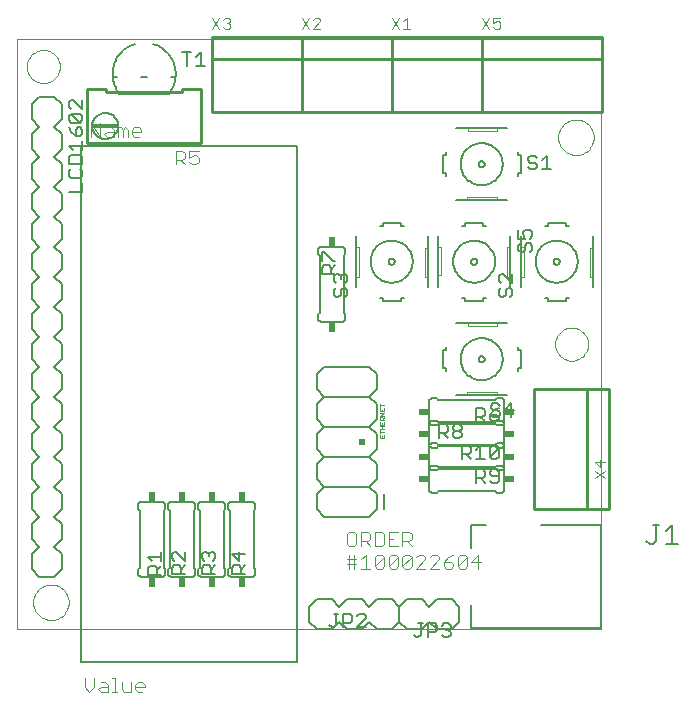
<source format=gto>
G75*
%MOIN*%
%OFA0B0*%
%FSLAX24Y24*%
%IPPOS*%
%LPD*%
%AMOC8*
5,1,8,0,0,1.08239X$1,22.5*
%
%ADD10C,0.0000*%
%ADD11C,0.0040*%
%ADD12C,0.0060*%
%ADD13R,0.0240X0.0340*%
%ADD14C,0.0050*%
%ADD15C,0.0080*%
%ADD16C,0.0100*%
%ADD17R,0.0827X0.0157*%
%ADD18C,0.0020*%
%ADD19R,0.0340X0.0240*%
%ADD20C,0.0010*%
%ADD21R,0.0200X0.0200*%
D10*
X000550Y002400D02*
X000550Y022085D01*
X020042Y022085D01*
X020042Y002400D01*
X000550Y002400D01*
X001103Y003294D02*
X001105Y003342D01*
X001111Y003390D01*
X001121Y003437D01*
X001134Y003483D01*
X001152Y003528D01*
X001172Y003572D01*
X001197Y003614D01*
X001225Y003653D01*
X001255Y003690D01*
X001289Y003724D01*
X001326Y003756D01*
X001364Y003785D01*
X001405Y003810D01*
X001448Y003832D01*
X001493Y003850D01*
X001539Y003864D01*
X001586Y003875D01*
X001634Y003882D01*
X001682Y003885D01*
X001730Y003884D01*
X001778Y003879D01*
X001826Y003870D01*
X001872Y003858D01*
X001917Y003841D01*
X001961Y003821D01*
X002003Y003798D01*
X002043Y003771D01*
X002081Y003741D01*
X002116Y003708D01*
X002148Y003672D01*
X002178Y003634D01*
X002204Y003593D01*
X002226Y003550D01*
X002246Y003506D01*
X002261Y003461D01*
X002273Y003414D01*
X002281Y003366D01*
X002285Y003318D01*
X002285Y003270D01*
X002281Y003222D01*
X002273Y003174D01*
X002261Y003127D01*
X002246Y003082D01*
X002226Y003038D01*
X002204Y002995D01*
X002178Y002954D01*
X002148Y002916D01*
X002116Y002880D01*
X002081Y002847D01*
X002043Y002817D01*
X002003Y002790D01*
X001961Y002767D01*
X001917Y002747D01*
X001872Y002730D01*
X001826Y002718D01*
X001778Y002709D01*
X001730Y002704D01*
X001682Y002703D01*
X001634Y002706D01*
X001586Y002713D01*
X001539Y002724D01*
X001493Y002738D01*
X001448Y002756D01*
X001405Y002778D01*
X001364Y002803D01*
X001326Y002832D01*
X001289Y002864D01*
X001255Y002898D01*
X001225Y002935D01*
X001197Y002974D01*
X001172Y003016D01*
X001152Y003060D01*
X001134Y003105D01*
X001121Y003151D01*
X001111Y003198D01*
X001105Y003246D01*
X001103Y003294D01*
X000893Y021150D02*
X000895Y021197D01*
X000901Y021243D01*
X000911Y021289D01*
X000924Y021334D01*
X000942Y021377D01*
X000963Y021419D01*
X000987Y021459D01*
X001015Y021496D01*
X001046Y021531D01*
X001080Y021564D01*
X001116Y021593D01*
X001155Y021619D01*
X001196Y021642D01*
X001239Y021661D01*
X001283Y021677D01*
X001328Y021689D01*
X001374Y021697D01*
X001421Y021701D01*
X001467Y021701D01*
X001514Y021697D01*
X001560Y021689D01*
X001605Y021677D01*
X001649Y021661D01*
X001692Y021642D01*
X001733Y021619D01*
X001772Y021593D01*
X001808Y021564D01*
X001842Y021531D01*
X001873Y021496D01*
X001901Y021459D01*
X001925Y021419D01*
X001946Y021377D01*
X001964Y021334D01*
X001977Y021289D01*
X001987Y021243D01*
X001993Y021197D01*
X001995Y021150D01*
X001993Y021103D01*
X001987Y021057D01*
X001977Y021011D01*
X001964Y020966D01*
X001946Y020923D01*
X001925Y020881D01*
X001901Y020841D01*
X001873Y020804D01*
X001842Y020769D01*
X001808Y020736D01*
X001772Y020707D01*
X001733Y020681D01*
X001692Y020658D01*
X001649Y020639D01*
X001605Y020623D01*
X001560Y020611D01*
X001514Y020603D01*
X001467Y020599D01*
X001421Y020599D01*
X001374Y020603D01*
X001328Y020611D01*
X001283Y020623D01*
X001239Y020639D01*
X001196Y020658D01*
X001155Y020681D01*
X001116Y020707D01*
X001080Y020736D01*
X001046Y020769D01*
X001015Y020804D01*
X000987Y020841D01*
X000963Y020881D01*
X000942Y020923D01*
X000924Y020966D01*
X000911Y021011D01*
X000901Y021057D01*
X000895Y021103D01*
X000893Y021150D01*
X018603Y018794D02*
X018605Y018842D01*
X018611Y018890D01*
X018621Y018937D01*
X018634Y018983D01*
X018652Y019028D01*
X018672Y019072D01*
X018697Y019114D01*
X018725Y019153D01*
X018755Y019190D01*
X018789Y019224D01*
X018826Y019256D01*
X018864Y019285D01*
X018905Y019310D01*
X018948Y019332D01*
X018993Y019350D01*
X019039Y019364D01*
X019086Y019375D01*
X019134Y019382D01*
X019182Y019385D01*
X019230Y019384D01*
X019278Y019379D01*
X019326Y019370D01*
X019372Y019358D01*
X019417Y019341D01*
X019461Y019321D01*
X019503Y019298D01*
X019543Y019271D01*
X019581Y019241D01*
X019616Y019208D01*
X019648Y019172D01*
X019678Y019134D01*
X019704Y019093D01*
X019726Y019050D01*
X019746Y019006D01*
X019761Y018961D01*
X019773Y018914D01*
X019781Y018866D01*
X019785Y018818D01*
X019785Y018770D01*
X019781Y018722D01*
X019773Y018674D01*
X019761Y018627D01*
X019746Y018582D01*
X019726Y018538D01*
X019704Y018495D01*
X019678Y018454D01*
X019648Y018416D01*
X019616Y018380D01*
X019581Y018347D01*
X019543Y018317D01*
X019503Y018290D01*
X019461Y018267D01*
X019417Y018247D01*
X019372Y018230D01*
X019326Y018218D01*
X019278Y018209D01*
X019230Y018204D01*
X019182Y018203D01*
X019134Y018206D01*
X019086Y018213D01*
X019039Y018224D01*
X018993Y018238D01*
X018948Y018256D01*
X018905Y018278D01*
X018864Y018303D01*
X018826Y018332D01*
X018789Y018364D01*
X018755Y018398D01*
X018725Y018435D01*
X018697Y018474D01*
X018672Y018516D01*
X018652Y018560D01*
X018634Y018605D01*
X018621Y018651D01*
X018611Y018698D01*
X018605Y018746D01*
X018603Y018794D01*
X018499Y011900D02*
X018501Y011947D01*
X018507Y011993D01*
X018517Y012039D01*
X018530Y012084D01*
X018548Y012127D01*
X018569Y012169D01*
X018593Y012209D01*
X018621Y012246D01*
X018652Y012281D01*
X018686Y012314D01*
X018722Y012343D01*
X018761Y012369D01*
X018802Y012392D01*
X018845Y012411D01*
X018889Y012427D01*
X018934Y012439D01*
X018980Y012447D01*
X019027Y012451D01*
X019073Y012451D01*
X019120Y012447D01*
X019166Y012439D01*
X019211Y012427D01*
X019255Y012411D01*
X019298Y012392D01*
X019339Y012369D01*
X019378Y012343D01*
X019414Y012314D01*
X019448Y012281D01*
X019479Y012246D01*
X019507Y012209D01*
X019531Y012169D01*
X019552Y012127D01*
X019570Y012084D01*
X019583Y012039D01*
X019593Y011993D01*
X019599Y011947D01*
X019601Y011900D01*
X019599Y011853D01*
X019593Y011807D01*
X019583Y011761D01*
X019570Y011716D01*
X019552Y011673D01*
X019531Y011631D01*
X019507Y011591D01*
X019479Y011554D01*
X019448Y011519D01*
X019414Y011486D01*
X019378Y011457D01*
X019339Y011431D01*
X019298Y011408D01*
X019255Y011389D01*
X019211Y011373D01*
X019166Y011361D01*
X019120Y011353D01*
X019073Y011349D01*
X019027Y011349D01*
X018980Y011353D01*
X018934Y011361D01*
X018889Y011373D01*
X018845Y011389D01*
X018802Y011408D01*
X018761Y011431D01*
X018722Y011457D01*
X018686Y011486D01*
X018652Y011519D01*
X018621Y011554D01*
X018593Y011591D01*
X018569Y011631D01*
X018548Y011673D01*
X018530Y011716D01*
X018517Y011761D01*
X018507Y011807D01*
X018501Y011853D01*
X018499Y011900D01*
D11*
X019820Y007982D02*
X020000Y007802D01*
X020000Y008042D01*
X020180Y007982D02*
X019820Y007982D01*
X019820Y007674D02*
X020180Y007433D01*
X020180Y007674D02*
X019820Y007433D01*
X016020Y004650D02*
X015714Y004650D01*
X015944Y004880D01*
X015944Y004420D01*
X015560Y004497D02*
X015560Y004804D01*
X015253Y004497D01*
X015330Y004420D01*
X015483Y004420D01*
X015560Y004497D01*
X015560Y004804D02*
X015483Y004880D01*
X015330Y004880D01*
X015253Y004804D01*
X015253Y004497D01*
X015100Y004497D02*
X015100Y004573D01*
X015023Y004650D01*
X014793Y004650D01*
X014793Y004497D01*
X014869Y004420D01*
X015023Y004420D01*
X015100Y004497D01*
X014946Y004804D02*
X014793Y004650D01*
X014639Y004727D02*
X014639Y004804D01*
X014563Y004880D01*
X014409Y004880D01*
X014332Y004804D01*
X014179Y004804D02*
X014102Y004880D01*
X013949Y004880D01*
X013872Y004804D01*
X013718Y004804D02*
X013412Y004497D01*
X013488Y004420D01*
X013642Y004420D01*
X013718Y004497D01*
X013718Y004804D01*
X013642Y004880D01*
X013488Y004880D01*
X013412Y004804D01*
X013412Y004497D01*
X013258Y004497D02*
X013181Y004420D01*
X013028Y004420D01*
X012951Y004497D01*
X013258Y004804D01*
X013258Y004497D01*
X013258Y004804D02*
X013181Y004880D01*
X013028Y004880D01*
X012951Y004804D01*
X012951Y004497D01*
X012798Y004497D02*
X012721Y004420D01*
X012568Y004420D01*
X012491Y004497D01*
X012798Y004804D01*
X012798Y004497D01*
X012798Y004804D02*
X012721Y004880D01*
X012568Y004880D01*
X012491Y004804D01*
X012491Y004497D01*
X012337Y004420D02*
X012030Y004420D01*
X012184Y004420D02*
X012184Y004880D01*
X012030Y004727D01*
X011877Y004727D02*
X011800Y004727D01*
X011570Y004727D01*
X011570Y004573D02*
X011877Y004573D01*
X011800Y004420D02*
X011800Y004880D01*
X011647Y004880D02*
X011647Y004420D01*
X011647Y005170D02*
X011800Y005170D01*
X011877Y005247D01*
X011877Y005554D01*
X011800Y005630D01*
X011647Y005630D01*
X011570Y005554D01*
X011570Y005247D01*
X011647Y005170D01*
X012030Y005170D02*
X012030Y005630D01*
X012261Y005630D01*
X012337Y005554D01*
X012337Y005400D01*
X012261Y005323D01*
X012030Y005323D01*
X012184Y005323D02*
X012337Y005170D01*
X012491Y005170D02*
X012721Y005170D01*
X012798Y005247D01*
X012798Y005554D01*
X012721Y005630D01*
X012491Y005630D01*
X012491Y005170D01*
X012951Y005170D02*
X012951Y005630D01*
X013258Y005630D01*
X013412Y005630D02*
X013642Y005630D01*
X013718Y005554D01*
X013718Y005400D01*
X013642Y005323D01*
X013412Y005323D01*
X013412Y005170D02*
X013412Y005630D01*
X013565Y005323D02*
X013718Y005170D01*
X013258Y005170D02*
X012951Y005170D01*
X012951Y005400D02*
X013105Y005400D01*
X013872Y004420D02*
X014179Y004727D01*
X014179Y004804D01*
X014179Y004420D02*
X013872Y004420D01*
X014332Y004420D02*
X014639Y004727D01*
X014639Y004420D02*
X014332Y004420D01*
X014946Y004804D02*
X015100Y004880D01*
X004815Y000550D02*
X004815Y000473D01*
X004508Y000473D01*
X004508Y000397D02*
X004508Y000550D01*
X004585Y000627D01*
X004738Y000627D01*
X004815Y000550D01*
X004738Y000320D02*
X004585Y000320D01*
X004508Y000397D01*
X004355Y000320D02*
X004355Y000627D01*
X004355Y000320D02*
X004124Y000320D01*
X004048Y000397D01*
X004048Y000627D01*
X003818Y000780D02*
X003818Y000320D01*
X003894Y000320D02*
X003741Y000320D01*
X003587Y000320D02*
X003587Y000550D01*
X003511Y000627D01*
X003357Y000627D01*
X003357Y000473D02*
X003587Y000473D01*
X003587Y000320D02*
X003357Y000320D01*
X003280Y000397D01*
X003357Y000473D01*
X003127Y000473D02*
X003127Y000780D01*
X003127Y000473D02*
X002973Y000320D01*
X002820Y000473D01*
X002820Y000780D01*
X003741Y000780D02*
X003818Y000780D01*
X005848Y017889D02*
X005848Y018349D01*
X006078Y018349D01*
X006155Y018272D01*
X006155Y018119D01*
X006078Y018042D01*
X005848Y018042D01*
X006001Y018042D02*
X006155Y017889D01*
X006308Y017965D02*
X006385Y017889D01*
X006539Y017889D01*
X006615Y017965D01*
X006615Y018119D01*
X006539Y018195D01*
X006462Y018195D01*
X006308Y018119D01*
X006308Y018349D01*
X006615Y018349D01*
X004708Y018973D02*
X004401Y018973D01*
X004401Y018897D02*
X004401Y019050D01*
X004478Y019127D01*
X004631Y019127D01*
X004708Y019050D01*
X004708Y018973D01*
X004631Y018820D02*
X004478Y018820D01*
X004401Y018897D01*
X004248Y018820D02*
X004248Y019050D01*
X004171Y019127D01*
X004094Y019050D01*
X004094Y018820D01*
X003941Y018820D02*
X003941Y019127D01*
X004018Y019127D01*
X004094Y019050D01*
X003787Y019050D02*
X003787Y018820D01*
X003557Y018820D01*
X003480Y018897D01*
X003557Y018973D01*
X003787Y018973D01*
X003787Y019050D02*
X003711Y019127D01*
X003557Y019127D01*
X003327Y019280D02*
X003327Y018820D01*
X003020Y019280D01*
X003020Y018820D01*
X007070Y022420D02*
X007310Y022780D01*
X007438Y022720D02*
X007498Y022780D01*
X007618Y022780D01*
X007679Y022720D01*
X007679Y022660D01*
X007618Y022600D01*
X007679Y022540D01*
X007679Y022480D01*
X007618Y022420D01*
X007498Y022420D01*
X007438Y022480D01*
X007310Y022420D02*
X007070Y022780D01*
X007558Y022600D02*
X007618Y022600D01*
X010070Y022420D02*
X010310Y022780D01*
X010438Y022720D02*
X010498Y022780D01*
X010618Y022780D01*
X010679Y022720D01*
X010679Y022660D01*
X010438Y022420D01*
X010679Y022420D01*
X010310Y022420D02*
X010070Y022780D01*
X013070Y022780D02*
X013310Y022420D01*
X013438Y022420D02*
X013679Y022420D01*
X013558Y022420D02*
X013558Y022780D01*
X013438Y022660D01*
X013310Y022780D02*
X013070Y022420D01*
X016070Y022420D02*
X016310Y022780D01*
X016438Y022780D02*
X016438Y022600D01*
X016558Y022660D01*
X016618Y022660D01*
X016679Y022600D01*
X016679Y022480D01*
X016618Y022420D01*
X016498Y022420D01*
X016438Y022480D01*
X016310Y022420D02*
X016070Y022780D01*
X016438Y022780D02*
X016679Y022780D01*
D12*
X016550Y019100D02*
X015600Y019100D01*
X015200Y019100D01*
X014850Y018300D02*
X014850Y018200D01*
X014750Y018200D01*
X014750Y017600D01*
X014850Y017600D01*
X014850Y017500D01*
X015200Y016700D02*
X015550Y016700D01*
X016550Y016700D01*
X016900Y016700D01*
X017250Y017500D02*
X017250Y017600D01*
X017350Y017600D01*
X017350Y018200D01*
X017250Y018200D01*
X017250Y018300D01*
X016900Y019100D02*
X016550Y019100D01*
X015950Y017900D02*
X015952Y017920D01*
X015958Y017938D01*
X015967Y017956D01*
X015979Y017971D01*
X015994Y017983D01*
X016012Y017992D01*
X016030Y017998D01*
X016050Y018000D01*
X016070Y017998D01*
X016088Y017992D01*
X016106Y017983D01*
X016121Y017971D01*
X016133Y017956D01*
X016142Y017938D01*
X016148Y017920D01*
X016150Y017900D01*
X016148Y017880D01*
X016142Y017862D01*
X016133Y017844D01*
X016121Y017829D01*
X016106Y017817D01*
X016088Y017808D01*
X016070Y017802D01*
X016050Y017800D01*
X016030Y017802D01*
X016012Y017808D01*
X015994Y017817D01*
X015979Y017829D01*
X015967Y017844D01*
X015958Y017862D01*
X015952Y017880D01*
X015950Y017900D01*
X015350Y017900D02*
X015352Y017952D01*
X015358Y018004D01*
X015368Y018056D01*
X015381Y018106D01*
X015398Y018156D01*
X015419Y018204D01*
X015444Y018250D01*
X015472Y018294D01*
X015503Y018336D01*
X015537Y018376D01*
X015574Y018413D01*
X015614Y018447D01*
X015656Y018478D01*
X015700Y018506D01*
X015746Y018531D01*
X015794Y018552D01*
X015844Y018569D01*
X015894Y018582D01*
X015946Y018592D01*
X015998Y018598D01*
X016050Y018600D01*
X016102Y018598D01*
X016154Y018592D01*
X016206Y018582D01*
X016256Y018569D01*
X016306Y018552D01*
X016354Y018531D01*
X016400Y018506D01*
X016444Y018478D01*
X016486Y018447D01*
X016526Y018413D01*
X016563Y018376D01*
X016597Y018336D01*
X016628Y018294D01*
X016656Y018250D01*
X016681Y018204D01*
X016702Y018156D01*
X016719Y018106D01*
X016732Y018056D01*
X016742Y018004D01*
X016748Y017952D01*
X016750Y017900D01*
X016748Y017848D01*
X016742Y017796D01*
X016732Y017744D01*
X016719Y017694D01*
X016702Y017644D01*
X016681Y017596D01*
X016656Y017550D01*
X016628Y017506D01*
X016597Y017464D01*
X016563Y017424D01*
X016526Y017387D01*
X016486Y017353D01*
X016444Y017322D01*
X016400Y017294D01*
X016354Y017269D01*
X016306Y017248D01*
X016256Y017231D01*
X016206Y017218D01*
X016154Y017208D01*
X016102Y017202D01*
X016050Y017200D01*
X015998Y017202D01*
X015946Y017208D01*
X015894Y017218D01*
X015844Y017231D01*
X015794Y017248D01*
X015746Y017269D01*
X015700Y017294D01*
X015656Y017322D01*
X015614Y017353D01*
X015574Y017387D01*
X015537Y017424D01*
X015503Y017464D01*
X015472Y017506D01*
X015444Y017550D01*
X015419Y017596D01*
X015398Y017644D01*
X015381Y017694D01*
X015368Y017744D01*
X015358Y017796D01*
X015352Y017848D01*
X015350Y017900D01*
X015500Y015950D02*
X015500Y015850D01*
X015400Y015850D01*
X015500Y015950D02*
X016100Y015950D01*
X016100Y015850D01*
X016200Y015850D01*
X017000Y015500D02*
X017000Y015150D01*
X017000Y014150D01*
X017000Y013800D01*
X017350Y013800D02*
X017350Y014150D01*
X017350Y015150D01*
X017350Y015500D01*
X018150Y015850D02*
X018250Y015850D01*
X018250Y015950D01*
X018850Y015950D01*
X018850Y015850D01*
X018950Y015850D01*
X019750Y015500D02*
X019750Y015100D01*
X019750Y014150D01*
X019750Y013800D01*
X018950Y013450D02*
X018850Y013450D01*
X018850Y013350D01*
X018250Y013350D01*
X018250Y013450D01*
X018150Y013450D01*
X018450Y014650D02*
X018452Y014670D01*
X018458Y014688D01*
X018467Y014706D01*
X018479Y014721D01*
X018494Y014733D01*
X018512Y014742D01*
X018530Y014748D01*
X018550Y014750D01*
X018570Y014748D01*
X018588Y014742D01*
X018606Y014733D01*
X018621Y014721D01*
X018633Y014706D01*
X018642Y014688D01*
X018648Y014670D01*
X018650Y014650D01*
X018648Y014630D01*
X018642Y014612D01*
X018633Y014594D01*
X018621Y014579D01*
X018606Y014567D01*
X018588Y014558D01*
X018570Y014552D01*
X018550Y014550D01*
X018530Y014552D01*
X018512Y014558D01*
X018494Y014567D01*
X018479Y014579D01*
X018467Y014594D01*
X018458Y014612D01*
X018452Y014630D01*
X018450Y014650D01*
X017850Y014650D02*
X017852Y014702D01*
X017858Y014754D01*
X017868Y014806D01*
X017881Y014856D01*
X017898Y014906D01*
X017919Y014954D01*
X017944Y015000D01*
X017972Y015044D01*
X018003Y015086D01*
X018037Y015126D01*
X018074Y015163D01*
X018114Y015197D01*
X018156Y015228D01*
X018200Y015256D01*
X018246Y015281D01*
X018294Y015302D01*
X018344Y015319D01*
X018394Y015332D01*
X018446Y015342D01*
X018498Y015348D01*
X018550Y015350D01*
X018602Y015348D01*
X018654Y015342D01*
X018706Y015332D01*
X018756Y015319D01*
X018806Y015302D01*
X018854Y015281D01*
X018900Y015256D01*
X018944Y015228D01*
X018986Y015197D01*
X019026Y015163D01*
X019063Y015126D01*
X019097Y015086D01*
X019128Y015044D01*
X019156Y015000D01*
X019181Y014954D01*
X019202Y014906D01*
X019219Y014856D01*
X019232Y014806D01*
X019242Y014754D01*
X019248Y014702D01*
X019250Y014650D01*
X019248Y014598D01*
X019242Y014546D01*
X019232Y014494D01*
X019219Y014444D01*
X019202Y014394D01*
X019181Y014346D01*
X019156Y014300D01*
X019128Y014256D01*
X019097Y014214D01*
X019063Y014174D01*
X019026Y014137D01*
X018986Y014103D01*
X018944Y014072D01*
X018900Y014044D01*
X018854Y014019D01*
X018806Y013998D01*
X018756Y013981D01*
X018706Y013968D01*
X018654Y013958D01*
X018602Y013952D01*
X018550Y013950D01*
X018498Y013952D01*
X018446Y013958D01*
X018394Y013968D01*
X018344Y013981D01*
X018294Y013998D01*
X018246Y014019D01*
X018200Y014044D01*
X018156Y014072D01*
X018114Y014103D01*
X018074Y014137D01*
X018037Y014174D01*
X018003Y014214D01*
X017972Y014256D01*
X017944Y014300D01*
X017919Y014346D01*
X017898Y014394D01*
X017881Y014444D01*
X017868Y014494D01*
X017858Y014546D01*
X017852Y014598D01*
X017850Y014650D01*
X016200Y013450D02*
X016100Y013450D01*
X016100Y013350D01*
X015500Y013350D01*
X015500Y013450D01*
X015400Y013450D01*
X014600Y013800D02*
X014600Y014200D01*
X014600Y015150D01*
X014600Y015500D01*
X014250Y015500D02*
X014250Y015100D01*
X014250Y014150D01*
X014250Y013800D01*
X013450Y013450D02*
X013350Y013450D01*
X013350Y013350D01*
X012750Y013350D01*
X012750Y013450D01*
X012650Y013450D01*
X011850Y013800D02*
X011850Y014150D01*
X011850Y015150D01*
X011850Y015500D01*
X011400Y015150D02*
X010700Y015150D01*
X010683Y015148D01*
X010666Y015144D01*
X010650Y015137D01*
X010636Y015127D01*
X010623Y015114D01*
X010613Y015100D01*
X010606Y015084D01*
X010602Y015067D01*
X010600Y015050D01*
X010600Y014900D01*
X010650Y014850D01*
X010650Y012950D01*
X010600Y012900D01*
X010600Y012750D01*
X010602Y012733D01*
X010606Y012716D01*
X010613Y012700D01*
X010623Y012686D01*
X010636Y012673D01*
X010650Y012663D01*
X010666Y012656D01*
X010683Y012652D01*
X010700Y012650D01*
X011400Y012650D01*
X011417Y012652D01*
X011434Y012656D01*
X011450Y012663D01*
X011464Y012673D01*
X011477Y012686D01*
X011487Y012700D01*
X011494Y012716D01*
X011498Y012733D01*
X011500Y012750D01*
X011500Y012900D01*
X011450Y012950D01*
X011450Y014850D01*
X011500Y014900D01*
X011500Y015050D01*
X011498Y015067D01*
X011494Y015084D01*
X011487Y015100D01*
X011477Y015114D01*
X011464Y015127D01*
X011450Y015137D01*
X011434Y015144D01*
X011417Y015148D01*
X011400Y015150D01*
X012650Y015850D02*
X012750Y015850D01*
X012750Y015950D01*
X013350Y015950D01*
X013350Y015850D01*
X013450Y015850D01*
X012950Y014650D02*
X012952Y014670D01*
X012958Y014688D01*
X012967Y014706D01*
X012979Y014721D01*
X012994Y014733D01*
X013012Y014742D01*
X013030Y014748D01*
X013050Y014750D01*
X013070Y014748D01*
X013088Y014742D01*
X013106Y014733D01*
X013121Y014721D01*
X013133Y014706D01*
X013142Y014688D01*
X013148Y014670D01*
X013150Y014650D01*
X013148Y014630D01*
X013142Y014612D01*
X013133Y014594D01*
X013121Y014579D01*
X013106Y014567D01*
X013088Y014558D01*
X013070Y014552D01*
X013050Y014550D01*
X013030Y014552D01*
X013012Y014558D01*
X012994Y014567D01*
X012979Y014579D01*
X012967Y014594D01*
X012958Y014612D01*
X012952Y014630D01*
X012950Y014650D01*
X012350Y014650D02*
X012352Y014702D01*
X012358Y014754D01*
X012368Y014806D01*
X012381Y014856D01*
X012398Y014906D01*
X012419Y014954D01*
X012444Y015000D01*
X012472Y015044D01*
X012503Y015086D01*
X012537Y015126D01*
X012574Y015163D01*
X012614Y015197D01*
X012656Y015228D01*
X012700Y015256D01*
X012746Y015281D01*
X012794Y015302D01*
X012844Y015319D01*
X012894Y015332D01*
X012946Y015342D01*
X012998Y015348D01*
X013050Y015350D01*
X013102Y015348D01*
X013154Y015342D01*
X013206Y015332D01*
X013256Y015319D01*
X013306Y015302D01*
X013354Y015281D01*
X013400Y015256D01*
X013444Y015228D01*
X013486Y015197D01*
X013526Y015163D01*
X013563Y015126D01*
X013597Y015086D01*
X013628Y015044D01*
X013656Y015000D01*
X013681Y014954D01*
X013702Y014906D01*
X013719Y014856D01*
X013732Y014806D01*
X013742Y014754D01*
X013748Y014702D01*
X013750Y014650D01*
X013748Y014598D01*
X013742Y014546D01*
X013732Y014494D01*
X013719Y014444D01*
X013702Y014394D01*
X013681Y014346D01*
X013656Y014300D01*
X013628Y014256D01*
X013597Y014214D01*
X013563Y014174D01*
X013526Y014137D01*
X013486Y014103D01*
X013444Y014072D01*
X013400Y014044D01*
X013354Y014019D01*
X013306Y013998D01*
X013256Y013981D01*
X013206Y013968D01*
X013154Y013958D01*
X013102Y013952D01*
X013050Y013950D01*
X012998Y013952D01*
X012946Y013958D01*
X012894Y013968D01*
X012844Y013981D01*
X012794Y013998D01*
X012746Y014019D01*
X012700Y014044D01*
X012656Y014072D01*
X012614Y014103D01*
X012574Y014137D01*
X012537Y014174D01*
X012503Y014214D01*
X012472Y014256D01*
X012444Y014300D01*
X012419Y014346D01*
X012398Y014394D01*
X012381Y014444D01*
X012368Y014494D01*
X012358Y014546D01*
X012352Y014598D01*
X012350Y014650D01*
X015200Y012600D02*
X015600Y012600D01*
X016550Y012600D01*
X016900Y012600D01*
X017250Y011800D02*
X017250Y011700D01*
X017350Y011700D01*
X017350Y011100D01*
X017250Y011100D01*
X017250Y011000D01*
X016900Y010200D02*
X016550Y010200D01*
X015550Y010200D01*
X015200Y010200D01*
X014600Y010050D02*
X016500Y010050D01*
X016550Y010100D01*
X016700Y010100D01*
X016717Y010098D01*
X016734Y010094D01*
X016750Y010087D01*
X016764Y010077D01*
X016777Y010064D01*
X016787Y010050D01*
X016794Y010034D01*
X016798Y010017D01*
X016800Y010000D01*
X016800Y009300D01*
X016800Y009250D02*
X016800Y008550D01*
X016800Y008500D02*
X016800Y007800D01*
X016800Y007750D02*
X016800Y007050D01*
X016798Y007033D01*
X016794Y007016D01*
X016787Y007000D01*
X016777Y006986D01*
X016764Y006973D01*
X016750Y006963D01*
X016734Y006956D01*
X016717Y006952D01*
X016700Y006950D01*
X016550Y006950D01*
X016500Y007000D01*
X014600Y007000D01*
X014550Y006950D01*
X014400Y006950D01*
X014383Y006952D01*
X014366Y006956D01*
X014350Y006963D01*
X014336Y006973D01*
X014323Y006986D01*
X014313Y007000D01*
X014306Y007016D01*
X014302Y007033D01*
X014300Y007050D01*
X014300Y007750D01*
X014300Y007800D02*
X014300Y008500D01*
X014300Y008550D02*
X014300Y009250D01*
X014300Y009300D02*
X014300Y010000D01*
X014302Y010017D01*
X014306Y010034D01*
X014313Y010050D01*
X014323Y010064D01*
X014336Y010077D01*
X014350Y010087D01*
X014366Y010094D01*
X014383Y010098D01*
X014400Y010100D01*
X014550Y010100D01*
X014600Y010050D01*
X014550Y009350D02*
X014600Y009300D01*
X016500Y009300D01*
X016550Y009350D01*
X016700Y009350D01*
X016800Y009300D02*
X016798Y009283D01*
X016794Y009266D01*
X016787Y009250D01*
X016777Y009236D01*
X016764Y009223D01*
X016750Y009213D01*
X016734Y009206D01*
X016717Y009202D01*
X016700Y009200D01*
X016550Y009200D01*
X016500Y009250D01*
X014600Y009250D01*
X014550Y009200D01*
X014400Y009200D01*
X014300Y009250D02*
X014302Y009267D01*
X014306Y009284D01*
X014313Y009300D01*
X014323Y009314D01*
X014336Y009327D01*
X014350Y009337D01*
X014366Y009344D01*
X014383Y009348D01*
X014400Y009350D01*
X014550Y009350D01*
X014400Y009200D02*
X014383Y009202D01*
X014366Y009206D01*
X014350Y009213D01*
X014336Y009223D01*
X014323Y009236D01*
X014313Y009250D01*
X014306Y009266D01*
X014302Y009283D01*
X014300Y009300D01*
X014400Y008600D02*
X014550Y008600D01*
X014600Y008550D01*
X016500Y008550D01*
X016550Y008600D01*
X016700Y008600D01*
X016800Y008550D02*
X016798Y008533D01*
X016794Y008516D01*
X016787Y008500D01*
X016777Y008486D01*
X016764Y008473D01*
X016750Y008463D01*
X016734Y008456D01*
X016717Y008452D01*
X016700Y008450D01*
X016550Y008450D01*
X016500Y008500D01*
X014600Y008500D01*
X014550Y008450D01*
X014400Y008450D01*
X014300Y008500D02*
X014302Y008517D01*
X014306Y008534D01*
X014313Y008550D01*
X014323Y008564D01*
X014336Y008577D01*
X014350Y008587D01*
X014366Y008594D01*
X014383Y008598D01*
X014400Y008600D01*
X014300Y008550D02*
X014302Y008533D01*
X014306Y008516D01*
X014313Y008500D01*
X014323Y008486D01*
X014336Y008473D01*
X014350Y008463D01*
X014366Y008456D01*
X014383Y008452D01*
X014400Y008450D01*
X014400Y007850D02*
X014550Y007850D01*
X014600Y007800D01*
X016500Y007800D01*
X016550Y007850D01*
X016700Y007850D01*
X016800Y007800D02*
X016798Y007783D01*
X016794Y007766D01*
X016787Y007750D01*
X016777Y007736D01*
X016764Y007723D01*
X016750Y007713D01*
X016734Y007706D01*
X016717Y007702D01*
X016700Y007700D01*
X016550Y007700D01*
X016500Y007750D01*
X014600Y007750D01*
X014550Y007700D01*
X014400Y007700D01*
X014300Y007750D02*
X014302Y007767D01*
X014306Y007784D01*
X014313Y007800D01*
X014323Y007814D01*
X014336Y007827D01*
X014350Y007837D01*
X014366Y007844D01*
X014383Y007848D01*
X014400Y007850D01*
X014300Y007800D02*
X014302Y007783D01*
X014306Y007766D01*
X014313Y007750D01*
X014323Y007736D01*
X014336Y007723D01*
X014350Y007713D01*
X014366Y007706D01*
X014383Y007702D01*
X014400Y007700D01*
X012550Y007900D02*
X012550Y007400D01*
X012300Y007150D01*
X010800Y007150D01*
X010550Y007400D01*
X010550Y007900D01*
X010800Y008150D01*
X012300Y008150D01*
X012550Y008400D01*
X012550Y008900D01*
X012300Y009150D01*
X010800Y009150D01*
X010550Y009400D01*
X010550Y009900D01*
X010800Y010150D01*
X010550Y010400D01*
X010550Y010900D01*
X010800Y011150D01*
X012300Y011150D01*
X012550Y010900D01*
X012550Y010400D01*
X012300Y010150D01*
X010800Y010150D01*
X010800Y009150D02*
X010550Y008900D01*
X010550Y008400D01*
X010800Y008150D01*
X010800Y007150D02*
X010550Y006900D01*
X010550Y006400D01*
X010800Y006150D01*
X012300Y006150D01*
X012550Y006400D01*
X012550Y006900D01*
X012300Y007150D01*
X012550Y007900D02*
X012300Y008150D01*
X012300Y009150D02*
X012550Y009400D01*
X012550Y009900D01*
X012300Y010150D01*
X014750Y011100D02*
X014850Y011100D01*
X014850Y011000D01*
X014750Y011100D02*
X014750Y011700D01*
X014850Y011700D01*
X014850Y011800D01*
X015950Y011400D02*
X015952Y011420D01*
X015958Y011438D01*
X015967Y011456D01*
X015979Y011471D01*
X015994Y011483D01*
X016012Y011492D01*
X016030Y011498D01*
X016050Y011500D01*
X016070Y011498D01*
X016088Y011492D01*
X016106Y011483D01*
X016121Y011471D01*
X016133Y011456D01*
X016142Y011438D01*
X016148Y011420D01*
X016150Y011400D01*
X016148Y011380D01*
X016142Y011362D01*
X016133Y011344D01*
X016121Y011329D01*
X016106Y011317D01*
X016088Y011308D01*
X016070Y011302D01*
X016050Y011300D01*
X016030Y011302D01*
X016012Y011308D01*
X015994Y011317D01*
X015979Y011329D01*
X015967Y011344D01*
X015958Y011362D01*
X015952Y011380D01*
X015950Y011400D01*
X015350Y011400D02*
X015352Y011452D01*
X015358Y011504D01*
X015368Y011556D01*
X015381Y011606D01*
X015398Y011656D01*
X015419Y011704D01*
X015444Y011750D01*
X015472Y011794D01*
X015503Y011836D01*
X015537Y011876D01*
X015574Y011913D01*
X015614Y011947D01*
X015656Y011978D01*
X015700Y012006D01*
X015746Y012031D01*
X015794Y012052D01*
X015844Y012069D01*
X015894Y012082D01*
X015946Y012092D01*
X015998Y012098D01*
X016050Y012100D01*
X016102Y012098D01*
X016154Y012092D01*
X016206Y012082D01*
X016256Y012069D01*
X016306Y012052D01*
X016354Y012031D01*
X016400Y012006D01*
X016444Y011978D01*
X016486Y011947D01*
X016526Y011913D01*
X016563Y011876D01*
X016597Y011836D01*
X016628Y011794D01*
X016656Y011750D01*
X016681Y011704D01*
X016702Y011656D01*
X016719Y011606D01*
X016732Y011556D01*
X016742Y011504D01*
X016748Y011452D01*
X016750Y011400D01*
X016748Y011348D01*
X016742Y011296D01*
X016732Y011244D01*
X016719Y011194D01*
X016702Y011144D01*
X016681Y011096D01*
X016656Y011050D01*
X016628Y011006D01*
X016597Y010964D01*
X016563Y010924D01*
X016526Y010887D01*
X016486Y010853D01*
X016444Y010822D01*
X016400Y010794D01*
X016354Y010769D01*
X016306Y010748D01*
X016256Y010731D01*
X016206Y010718D01*
X016154Y010708D01*
X016102Y010702D01*
X016050Y010700D01*
X015998Y010702D01*
X015946Y010708D01*
X015894Y010718D01*
X015844Y010731D01*
X015794Y010748D01*
X015746Y010769D01*
X015700Y010794D01*
X015656Y010822D01*
X015614Y010853D01*
X015574Y010887D01*
X015537Y010924D01*
X015503Y010964D01*
X015472Y011006D01*
X015444Y011050D01*
X015419Y011096D01*
X015398Y011144D01*
X015381Y011194D01*
X015368Y011244D01*
X015358Y011296D01*
X015352Y011348D01*
X015350Y011400D01*
X016700Y009350D02*
X016717Y009348D01*
X016734Y009344D01*
X016750Y009337D01*
X016764Y009327D01*
X016777Y009314D01*
X016787Y009300D01*
X016794Y009284D01*
X016798Y009267D01*
X016800Y009250D01*
X016700Y008600D02*
X016717Y008598D01*
X016734Y008594D01*
X016750Y008587D01*
X016764Y008577D01*
X016777Y008564D01*
X016787Y008550D01*
X016794Y008534D01*
X016798Y008517D01*
X016800Y008500D01*
X016700Y007850D02*
X016717Y007848D01*
X016734Y007844D01*
X016750Y007837D01*
X016764Y007827D01*
X016777Y007814D01*
X016787Y007800D01*
X016794Y007784D01*
X016798Y007767D01*
X016800Y007750D01*
X021541Y005337D02*
X021648Y005230D01*
X021754Y005230D01*
X021861Y005337D01*
X021861Y005871D01*
X021754Y005871D02*
X021968Y005871D01*
X022185Y005657D02*
X022399Y005871D01*
X022399Y005230D01*
X022612Y005230D02*
X022185Y005230D01*
X015700Y014650D02*
X015702Y014670D01*
X015708Y014688D01*
X015717Y014706D01*
X015729Y014721D01*
X015744Y014733D01*
X015762Y014742D01*
X015780Y014748D01*
X015800Y014750D01*
X015820Y014748D01*
X015838Y014742D01*
X015856Y014733D01*
X015871Y014721D01*
X015883Y014706D01*
X015892Y014688D01*
X015898Y014670D01*
X015900Y014650D01*
X015898Y014630D01*
X015892Y014612D01*
X015883Y014594D01*
X015871Y014579D01*
X015856Y014567D01*
X015838Y014558D01*
X015820Y014552D01*
X015800Y014550D01*
X015780Y014552D01*
X015762Y014558D01*
X015744Y014567D01*
X015729Y014579D01*
X015717Y014594D01*
X015708Y014612D01*
X015702Y014630D01*
X015700Y014650D01*
X015100Y014650D02*
X015102Y014702D01*
X015108Y014754D01*
X015118Y014806D01*
X015131Y014856D01*
X015148Y014906D01*
X015169Y014954D01*
X015194Y015000D01*
X015222Y015044D01*
X015253Y015086D01*
X015287Y015126D01*
X015324Y015163D01*
X015364Y015197D01*
X015406Y015228D01*
X015450Y015256D01*
X015496Y015281D01*
X015544Y015302D01*
X015594Y015319D01*
X015644Y015332D01*
X015696Y015342D01*
X015748Y015348D01*
X015800Y015350D01*
X015852Y015348D01*
X015904Y015342D01*
X015956Y015332D01*
X016006Y015319D01*
X016056Y015302D01*
X016104Y015281D01*
X016150Y015256D01*
X016194Y015228D01*
X016236Y015197D01*
X016276Y015163D01*
X016313Y015126D01*
X016347Y015086D01*
X016378Y015044D01*
X016406Y015000D01*
X016431Y014954D01*
X016452Y014906D01*
X016469Y014856D01*
X016482Y014806D01*
X016492Y014754D01*
X016498Y014702D01*
X016500Y014650D01*
X016498Y014598D01*
X016492Y014546D01*
X016482Y014494D01*
X016469Y014444D01*
X016452Y014394D01*
X016431Y014346D01*
X016406Y014300D01*
X016378Y014256D01*
X016347Y014214D01*
X016313Y014174D01*
X016276Y014137D01*
X016236Y014103D01*
X016194Y014072D01*
X016150Y014044D01*
X016104Y014019D01*
X016056Y013998D01*
X016006Y013981D01*
X015956Y013968D01*
X015904Y013958D01*
X015852Y013952D01*
X015800Y013950D01*
X015748Y013952D01*
X015696Y013958D01*
X015644Y013968D01*
X015594Y013981D01*
X015544Y013998D01*
X015496Y014019D01*
X015450Y014044D01*
X015406Y014072D01*
X015364Y014103D01*
X015324Y014137D01*
X015287Y014174D01*
X015253Y014214D01*
X015222Y014256D01*
X015194Y014300D01*
X015169Y014346D01*
X015148Y014394D01*
X015131Y014444D01*
X015118Y014494D01*
X015108Y014546D01*
X015102Y014598D01*
X015100Y014650D01*
X008400Y006650D02*
X007700Y006650D01*
X007683Y006648D01*
X007666Y006644D01*
X007650Y006637D01*
X007636Y006627D01*
X007623Y006614D01*
X007613Y006600D01*
X007606Y006584D01*
X007602Y006567D01*
X007600Y006550D01*
X007600Y006400D01*
X007650Y006350D01*
X007650Y004450D01*
X007600Y004400D01*
X007600Y004250D01*
X007500Y004250D02*
X007500Y004400D01*
X007450Y004450D01*
X007450Y006350D01*
X007500Y006400D01*
X007500Y006550D01*
X007498Y006567D01*
X007494Y006584D01*
X007487Y006600D01*
X007477Y006614D01*
X007464Y006627D01*
X007450Y006637D01*
X007434Y006644D01*
X007417Y006648D01*
X007400Y006650D01*
X006700Y006650D01*
X006683Y006648D01*
X006666Y006644D01*
X006650Y006637D01*
X006636Y006627D01*
X006623Y006614D01*
X006613Y006600D01*
X006606Y006584D01*
X006602Y006567D01*
X006600Y006550D01*
X006600Y006400D01*
X006650Y006350D01*
X006650Y004450D01*
X006600Y004400D01*
X006600Y004250D01*
X006602Y004233D01*
X006606Y004216D01*
X006613Y004200D01*
X006623Y004186D01*
X006636Y004173D01*
X006650Y004163D01*
X006666Y004156D01*
X006683Y004152D01*
X006700Y004150D01*
X007400Y004150D01*
X007417Y004152D01*
X007434Y004156D01*
X007450Y004163D01*
X007464Y004173D01*
X007477Y004186D01*
X007487Y004200D01*
X007494Y004216D01*
X007498Y004233D01*
X007500Y004250D01*
X007600Y004250D02*
X007602Y004233D01*
X007606Y004216D01*
X007613Y004200D01*
X007623Y004186D01*
X007636Y004173D01*
X007650Y004163D01*
X007666Y004156D01*
X007683Y004152D01*
X007700Y004150D01*
X008400Y004150D01*
X008417Y004152D01*
X008434Y004156D01*
X008450Y004163D01*
X008464Y004173D01*
X008477Y004186D01*
X008487Y004200D01*
X008494Y004216D01*
X008498Y004233D01*
X008500Y004250D01*
X008500Y004400D01*
X008450Y004450D01*
X008450Y006350D01*
X008500Y006400D01*
X008500Y006550D01*
X008498Y006567D01*
X008494Y006584D01*
X008487Y006600D01*
X008477Y006614D01*
X008464Y006627D01*
X008450Y006637D01*
X008434Y006644D01*
X008417Y006648D01*
X008400Y006650D01*
X006500Y006550D02*
X006500Y006400D01*
X006450Y006350D01*
X006450Y004450D01*
X006500Y004400D01*
X006500Y004250D01*
X006498Y004233D01*
X006494Y004216D01*
X006487Y004200D01*
X006477Y004186D01*
X006464Y004173D01*
X006450Y004163D01*
X006434Y004156D01*
X006417Y004152D01*
X006400Y004150D01*
X005700Y004150D01*
X005683Y004152D01*
X005666Y004156D01*
X005650Y004163D01*
X005636Y004173D01*
X005623Y004186D01*
X005613Y004200D01*
X005606Y004216D01*
X005602Y004233D01*
X005600Y004250D01*
X005600Y004400D01*
X005650Y004450D01*
X005650Y006350D01*
X005600Y006400D01*
X005600Y006550D01*
X005602Y006567D01*
X005606Y006584D01*
X005613Y006600D01*
X005623Y006614D01*
X005636Y006627D01*
X005650Y006637D01*
X005666Y006644D01*
X005683Y006648D01*
X005700Y006650D01*
X006400Y006650D01*
X006417Y006648D01*
X006434Y006644D01*
X006450Y006637D01*
X006464Y006627D01*
X006477Y006614D01*
X006487Y006600D01*
X006494Y006584D01*
X006498Y006567D01*
X006500Y006550D01*
X005500Y006550D02*
X005500Y006400D01*
X005450Y006350D01*
X005450Y004450D01*
X005500Y004400D01*
X005500Y004250D01*
X005498Y004233D01*
X005494Y004216D01*
X005487Y004200D01*
X005477Y004186D01*
X005464Y004173D01*
X005450Y004163D01*
X005434Y004156D01*
X005417Y004152D01*
X005400Y004150D01*
X004700Y004150D01*
X004683Y004152D01*
X004666Y004156D01*
X004650Y004163D01*
X004636Y004173D01*
X004623Y004186D01*
X004613Y004200D01*
X004606Y004216D01*
X004602Y004233D01*
X004600Y004250D01*
X004600Y004400D01*
X004650Y004450D01*
X004650Y006350D01*
X004600Y006400D01*
X004600Y006550D01*
X004602Y006567D01*
X004606Y006584D01*
X004613Y006600D01*
X004623Y006614D01*
X004636Y006627D01*
X004650Y006637D01*
X004666Y006644D01*
X004683Y006648D01*
X004700Y006650D01*
X005400Y006650D01*
X005417Y006648D01*
X005434Y006644D01*
X005450Y006637D01*
X005464Y006627D01*
X005477Y006614D01*
X005487Y006600D01*
X005494Y006584D01*
X005498Y006567D01*
X005500Y006550D01*
X003068Y019172D02*
X003070Y019213D01*
X003076Y019254D01*
X003086Y019294D01*
X003099Y019333D01*
X003116Y019370D01*
X003137Y019406D01*
X003161Y019440D01*
X003188Y019471D01*
X003217Y019499D01*
X003250Y019525D01*
X003284Y019547D01*
X003321Y019566D01*
X003359Y019581D01*
X003399Y019593D01*
X003439Y019601D01*
X003480Y019605D01*
X003522Y019605D01*
X003563Y019601D01*
X003603Y019593D01*
X003643Y019581D01*
X003681Y019566D01*
X003717Y019547D01*
X003752Y019525D01*
X003785Y019499D01*
X003814Y019471D01*
X003841Y019440D01*
X003865Y019406D01*
X003886Y019370D01*
X003903Y019333D01*
X003916Y019294D01*
X003926Y019254D01*
X003932Y019213D01*
X003934Y019172D01*
X003932Y019131D01*
X003926Y019090D01*
X003916Y019050D01*
X003903Y019011D01*
X003886Y018974D01*
X003865Y018938D01*
X003841Y018904D01*
X003814Y018873D01*
X003785Y018845D01*
X003752Y018819D01*
X003718Y018797D01*
X003681Y018778D01*
X003643Y018763D01*
X003603Y018751D01*
X003563Y018743D01*
X003522Y018739D01*
X003480Y018739D01*
X003439Y018743D01*
X003399Y018751D01*
X003359Y018763D01*
X003321Y018778D01*
X003285Y018797D01*
X003250Y018819D01*
X003217Y018845D01*
X003188Y018873D01*
X003161Y018904D01*
X003137Y018938D01*
X003116Y018974D01*
X003099Y019011D01*
X003086Y019050D01*
X003076Y019090D01*
X003070Y019131D01*
X003068Y019172D01*
D13*
X011050Y015320D03*
X011050Y012480D03*
X008050Y006820D03*
X007050Y006820D03*
X006050Y006820D03*
X005050Y006820D03*
X005050Y003980D03*
X006050Y003980D03*
X007050Y003980D03*
X008050Y003980D03*
D14*
X008025Y004225D02*
X008025Y004450D01*
X007950Y004525D01*
X007800Y004525D01*
X007725Y004450D01*
X007725Y004225D01*
X008175Y004225D01*
X008025Y004375D02*
X008175Y004525D01*
X007950Y004685D02*
X007950Y004986D01*
X008175Y004911D02*
X007725Y004911D01*
X007950Y004685D01*
X007175Y004760D02*
X007100Y004685D01*
X007175Y004760D02*
X007175Y004911D01*
X007100Y004986D01*
X007025Y004986D01*
X006950Y004911D01*
X006950Y004836D01*
X006950Y004911D02*
X006875Y004986D01*
X006800Y004986D01*
X006725Y004911D01*
X006725Y004760D01*
X006800Y004685D01*
X006800Y004525D02*
X006950Y004525D01*
X007025Y004450D01*
X007025Y004225D01*
X007175Y004225D02*
X006725Y004225D01*
X006725Y004450D01*
X006800Y004525D01*
X007025Y004375D02*
X007175Y004525D01*
X006175Y004525D02*
X006025Y004375D01*
X006025Y004450D02*
X006025Y004225D01*
X006175Y004225D02*
X005725Y004225D01*
X005725Y004450D01*
X005800Y004525D01*
X005950Y004525D01*
X006025Y004450D01*
X006175Y004685D02*
X005875Y004986D01*
X005800Y004986D01*
X005725Y004911D01*
X005725Y004760D01*
X005800Y004685D01*
X006175Y004685D02*
X006175Y004986D01*
X005375Y004965D02*
X005375Y004665D01*
X005375Y004815D02*
X004925Y004815D01*
X005075Y004665D01*
X005000Y004504D02*
X005150Y004504D01*
X005225Y004429D01*
X005225Y004204D01*
X005375Y004204D02*
X004925Y004204D01*
X004925Y004429D01*
X005000Y004504D01*
X005225Y004354D02*
X005375Y004504D01*
X002700Y001300D02*
X002700Y018500D01*
X009900Y018500D01*
X009900Y001300D01*
X002700Y001300D01*
X010974Y002530D02*
X011049Y002455D01*
X011124Y002455D01*
X011199Y002530D01*
X011199Y002905D01*
X011124Y002905D02*
X011274Y002905D01*
X011434Y002905D02*
X011659Y002905D01*
X011734Y002830D01*
X011734Y002680D01*
X011659Y002605D01*
X011434Y002605D01*
X011434Y002455D02*
X011434Y002905D01*
X011895Y002830D02*
X011970Y002905D01*
X012120Y002905D01*
X012195Y002830D01*
X012195Y002755D01*
X011895Y002455D01*
X012195Y002455D01*
X013795Y002220D02*
X013870Y002145D01*
X013945Y002145D01*
X014020Y002220D01*
X014020Y002595D01*
X013945Y002595D02*
X014095Y002595D01*
X014255Y002595D02*
X014481Y002595D01*
X014556Y002520D01*
X014556Y002370D01*
X014481Y002295D01*
X014255Y002295D01*
X014255Y002145D02*
X014255Y002595D01*
X014716Y002520D02*
X014791Y002595D01*
X014941Y002595D01*
X015016Y002520D01*
X015016Y002445D01*
X014941Y002370D01*
X015016Y002295D01*
X015016Y002220D01*
X014941Y002145D01*
X014791Y002145D01*
X014716Y002220D01*
X014866Y002370D02*
X014941Y002370D01*
X015875Y007275D02*
X015875Y007725D01*
X016100Y007725D01*
X016175Y007650D01*
X016175Y007500D01*
X016100Y007425D01*
X015875Y007425D01*
X016025Y007425D02*
X016175Y007275D01*
X016335Y007350D02*
X016410Y007275D01*
X016561Y007275D01*
X016636Y007350D01*
X016636Y007650D01*
X016561Y007725D01*
X016410Y007725D01*
X016335Y007650D01*
X016335Y007575D01*
X016410Y007500D01*
X016636Y007500D01*
X016540Y008075D02*
X016390Y008075D01*
X016315Y008150D01*
X016615Y008450D01*
X016615Y008150D01*
X016540Y008075D01*
X016315Y008150D02*
X016315Y008450D01*
X016390Y008525D01*
X016540Y008525D01*
X016615Y008450D01*
X016154Y008075D02*
X015854Y008075D01*
X016004Y008075D02*
X016004Y008525D01*
X015854Y008375D01*
X015694Y008300D02*
X015619Y008225D01*
X015394Y008225D01*
X015544Y008225D02*
X015694Y008075D01*
X015694Y008300D02*
X015694Y008450D01*
X015619Y008525D01*
X015394Y008525D01*
X015394Y008075D01*
X015311Y008775D02*
X015160Y008775D01*
X015085Y008850D01*
X015085Y008925D01*
X015160Y009000D01*
X015311Y009000D01*
X015386Y008925D01*
X015386Y008850D01*
X015311Y008775D01*
X015311Y009000D02*
X015386Y009075D01*
X015386Y009150D01*
X015311Y009225D01*
X015160Y009225D01*
X015085Y009150D01*
X015085Y009075D01*
X015160Y009000D01*
X014925Y009000D02*
X014850Y008925D01*
X014625Y008925D01*
X014625Y008775D02*
X014625Y009225D01*
X014850Y009225D01*
X014925Y009150D01*
X014925Y009000D01*
X014775Y008925D02*
X014925Y008775D01*
X015854Y009325D02*
X015854Y009775D01*
X016079Y009775D01*
X016154Y009700D01*
X016154Y009550D01*
X016079Y009475D01*
X015854Y009475D01*
X016004Y009475D02*
X016154Y009325D01*
X016315Y009400D02*
X016315Y009550D01*
X016540Y009550D01*
X016615Y009475D01*
X016615Y009400D01*
X016540Y009325D01*
X016390Y009325D01*
X016315Y009400D01*
X016429Y009475D02*
X016354Y009550D01*
X016315Y009550D02*
X016465Y009700D01*
X016615Y009775D01*
X016579Y009700D02*
X016654Y009625D01*
X016654Y009550D01*
X016579Y009475D01*
X016429Y009475D01*
X016429Y009700D02*
X016354Y009775D01*
X016354Y009850D01*
X016429Y009925D01*
X016579Y009925D01*
X016654Y009850D01*
X016579Y009700D02*
X016429Y009700D01*
X016815Y009700D02*
X017115Y009700D01*
X017040Y009475D02*
X017040Y009925D01*
X016815Y009700D01*
X016775Y013475D02*
X016850Y013550D01*
X016850Y013700D01*
X016925Y013775D01*
X017000Y013775D01*
X017075Y013700D01*
X017075Y013550D01*
X017000Y013475D01*
X016775Y013475D02*
X016700Y013475D01*
X016625Y013550D01*
X016625Y013700D01*
X016700Y013775D01*
X016700Y013935D02*
X016625Y014010D01*
X016625Y014161D01*
X016700Y014236D01*
X016775Y014236D01*
X017075Y013935D01*
X017075Y014236D01*
X017350Y014954D02*
X017425Y014954D01*
X017500Y015029D01*
X017500Y015179D01*
X017575Y015254D01*
X017650Y015254D01*
X017725Y015179D01*
X017725Y015029D01*
X017650Y014954D01*
X017350Y014954D02*
X017275Y015029D01*
X017275Y015179D01*
X017350Y015254D01*
X017275Y015415D02*
X017500Y015415D01*
X017425Y015565D01*
X017425Y015640D01*
X017500Y015715D01*
X017650Y015715D01*
X017725Y015640D01*
X017725Y015490D01*
X017650Y015415D01*
X017275Y015415D02*
X017275Y015715D01*
X017679Y017725D02*
X017604Y017800D01*
X017679Y017725D02*
X017829Y017725D01*
X017904Y017800D01*
X017904Y017875D01*
X017829Y017950D01*
X017679Y017950D01*
X017604Y018025D01*
X017604Y018100D01*
X017679Y018175D01*
X017829Y018175D01*
X017904Y018100D01*
X018065Y018025D02*
X018215Y018175D01*
X018215Y017725D01*
X018065Y017725D02*
X018365Y017725D01*
X011575Y014161D02*
X011575Y014010D01*
X011500Y013935D01*
X011500Y013775D02*
X011575Y013700D01*
X011575Y013550D01*
X011500Y013475D01*
X011350Y013550D02*
X011350Y013700D01*
X011425Y013775D01*
X011500Y013775D01*
X011350Y013550D02*
X011275Y013475D01*
X011200Y013475D01*
X011125Y013550D01*
X011125Y013700D01*
X011200Y013775D01*
X011200Y013935D02*
X011125Y014010D01*
X011125Y014161D01*
X011200Y014236D01*
X011275Y014236D01*
X011350Y014161D01*
X011425Y014236D01*
X011500Y014236D01*
X011575Y014161D01*
X011350Y014161D02*
X011350Y014086D01*
X011175Y014225D02*
X010725Y014225D01*
X010725Y014450D01*
X010800Y014525D01*
X010950Y014525D01*
X011025Y014450D01*
X011025Y014225D01*
X011025Y014375D02*
X011175Y014525D01*
X011175Y014685D02*
X011100Y014685D01*
X010800Y014986D01*
X010725Y014986D01*
X010725Y014685D01*
X005625Y020250D02*
X003975Y020250D01*
X003913Y020800D02*
X003755Y020800D01*
X004687Y020800D02*
X004913Y020800D01*
X003975Y020250D02*
X003940Y020298D01*
X003907Y020348D01*
X003876Y020400D01*
X003849Y020454D01*
X003825Y020509D01*
X003805Y020566D01*
X003787Y020623D01*
X003773Y020681D01*
X003762Y020740D01*
X003755Y020800D01*
X003751Y020862D01*
X003750Y020925D01*
X003754Y020987D01*
X003761Y021049D01*
X003771Y021110D01*
X003786Y021171D01*
X003804Y021231D01*
X003825Y021290D01*
X003850Y021347D01*
X003878Y021402D01*
X003909Y021456D01*
X003944Y021508D01*
X003982Y021558D01*
X004022Y021605D01*
X004066Y021650D01*
X004111Y021693D01*
X004160Y021732D01*
X004210Y021769D01*
X004263Y021802D01*
X004317Y021833D01*
X004374Y021860D01*
X004431Y021883D01*
X004490Y021903D01*
X005110Y021903D02*
X005170Y021883D01*
X005229Y021859D01*
X005286Y021831D01*
X005341Y021800D01*
X005395Y021765D01*
X005446Y021728D01*
X005495Y021687D01*
X005541Y021643D01*
X005585Y021597D01*
X005626Y021548D01*
X005664Y021497D01*
X005698Y021444D01*
X005730Y021388D01*
X005757Y021331D01*
X005782Y021272D01*
X005802Y021212D01*
X005820Y021151D01*
X005833Y021089D01*
X005842Y021026D01*
X005848Y020963D01*
X005850Y020899D01*
X005848Y020835D01*
X005842Y020772D01*
X005833Y020709D01*
X005819Y020647D01*
X005802Y020586D01*
X005781Y020526D01*
X005757Y020467D01*
X005729Y020410D01*
X005697Y020354D01*
X005662Y020301D01*
X005625Y020250D01*
X005687Y020800D02*
X005845Y020800D01*
X006225Y021175D02*
X006225Y021625D01*
X006075Y021625D02*
X006375Y021625D01*
X006535Y021475D02*
X006686Y021625D01*
X006686Y021175D01*
X006836Y021175D02*
X006535Y021175D01*
X002745Y020045D02*
X002745Y019745D01*
X002445Y020045D01*
X002370Y020045D01*
X002295Y019970D01*
X002295Y019820D01*
X002370Y019745D01*
X002370Y019584D02*
X002670Y019284D01*
X002745Y019359D01*
X002745Y019509D01*
X002670Y019584D01*
X002370Y019584D01*
X002295Y019509D01*
X002295Y019359D01*
X002370Y019284D01*
X002670Y019284D01*
X002670Y019124D02*
X002595Y019124D01*
X002520Y019049D01*
X002520Y018824D01*
X002670Y018824D01*
X002745Y018899D01*
X002745Y019049D01*
X002670Y019124D01*
X002370Y018974D02*
X002520Y018824D01*
X002370Y018974D02*
X002295Y019124D01*
X002745Y018664D02*
X002745Y018363D01*
X002745Y018514D02*
X002295Y018514D01*
X002445Y018363D01*
X002370Y018203D02*
X002295Y018128D01*
X002295Y017903D01*
X002745Y017903D01*
X002745Y018128D01*
X002670Y018203D01*
X002370Y018203D01*
X002370Y017743D02*
X002295Y017668D01*
X002295Y017518D01*
X002370Y017443D01*
X002670Y017443D01*
X002745Y017518D01*
X002745Y017668D01*
X002670Y017743D01*
X002745Y017283D02*
X002745Y016982D01*
X002295Y016982D01*
D15*
X002050Y016900D02*
X001800Y017150D01*
X002050Y017400D01*
X002050Y017900D01*
X001800Y018150D01*
X002050Y018400D01*
X002050Y018900D01*
X001800Y019150D01*
X002050Y019400D01*
X002050Y019900D01*
X001800Y020150D01*
X001300Y020150D01*
X001050Y019900D01*
X001050Y019400D01*
X001300Y019150D01*
X001050Y018900D01*
X001050Y018400D01*
X001300Y018150D01*
X001050Y017900D01*
X001050Y017400D01*
X001300Y017150D01*
X001050Y016900D01*
X001050Y016400D01*
X001300Y016150D01*
X001050Y015900D01*
X001050Y015400D01*
X001300Y015150D01*
X001050Y014900D01*
X001050Y014400D01*
X001300Y014150D01*
X001050Y013900D01*
X001050Y013400D01*
X001300Y013150D01*
X001050Y012900D01*
X001050Y012400D01*
X001300Y012150D01*
X001050Y011900D01*
X001050Y011400D01*
X001300Y011150D01*
X001050Y010900D01*
X001050Y010400D01*
X001300Y010150D01*
X001050Y009900D01*
X001050Y009400D01*
X001300Y009150D01*
X001050Y008900D01*
X001050Y008400D01*
X001300Y008150D01*
X001050Y007900D01*
X001050Y007400D01*
X001300Y007150D01*
X001050Y006900D01*
X001050Y006400D01*
X001300Y006150D01*
X001050Y005900D01*
X001050Y005400D01*
X001300Y005150D01*
X001050Y004900D01*
X001050Y004400D01*
X001300Y004150D01*
X001800Y004150D01*
X002050Y004400D01*
X002050Y004900D01*
X001800Y005150D01*
X002050Y005400D01*
X002050Y005900D01*
X001800Y006150D01*
X002050Y006400D01*
X002050Y006900D01*
X001800Y007150D01*
X002050Y007400D01*
X002050Y007900D01*
X001800Y008150D01*
X002050Y008400D01*
X002050Y008900D01*
X001800Y009150D01*
X002050Y009400D01*
X002050Y009900D01*
X001800Y010150D01*
X002050Y010400D01*
X002050Y010900D01*
X001800Y011150D01*
X002050Y011400D01*
X002050Y011900D01*
X001800Y012150D01*
X002050Y012400D01*
X002050Y012900D01*
X001800Y013150D01*
X002050Y013400D01*
X002050Y013900D01*
X001800Y014150D01*
X002050Y014400D01*
X002050Y014900D01*
X001800Y015150D01*
X002050Y015400D01*
X002050Y015900D01*
X001800Y016150D01*
X002050Y016400D01*
X002050Y016900D01*
X012800Y006900D02*
X012800Y006400D01*
X015686Y005862D02*
X015686Y005095D01*
X015686Y005862D02*
X016182Y005862D01*
X018032Y005862D02*
X020019Y005862D01*
X020019Y002438D01*
X015686Y002438D01*
X015686Y003205D01*
X015300Y003150D02*
X015300Y002650D01*
X015050Y002400D01*
X014550Y002400D01*
X014300Y002650D01*
X014050Y002400D01*
X013550Y002400D01*
X013300Y002650D01*
X013050Y002400D01*
X012550Y002400D01*
X012300Y002650D01*
X012050Y002400D01*
X011550Y002400D01*
X011300Y002650D01*
X011050Y002400D01*
X010550Y002400D01*
X010300Y002650D01*
X010300Y003150D01*
X010550Y003400D01*
X011050Y003400D01*
X011300Y003150D01*
X011550Y003400D01*
X012050Y003400D01*
X012300Y003150D01*
X012550Y003400D01*
X013050Y003400D01*
X013300Y003150D01*
X013300Y002650D01*
X013300Y003150D01*
X013550Y003400D01*
X014050Y003400D01*
X014300Y003150D01*
X014550Y003400D01*
X015050Y003400D01*
X015300Y003150D01*
D16*
X017800Y006400D02*
X017800Y010400D01*
X019550Y010400D01*
X019550Y006400D01*
X017800Y006400D01*
X019550Y006400D02*
X020300Y006400D01*
X020300Y010400D01*
X019550Y010400D01*
X020050Y019650D02*
X016050Y019650D01*
X016050Y021400D01*
X020050Y021400D01*
X020050Y019650D01*
X020050Y021400D02*
X020050Y022150D01*
X016050Y022150D01*
X016050Y021400D01*
X013050Y021400D01*
X010050Y021400D01*
X007050Y021400D01*
X007050Y022150D01*
X010050Y022150D01*
X010050Y021400D01*
X010050Y019650D01*
X007050Y019650D01*
X007050Y021400D01*
X006690Y020392D02*
X006060Y020392D01*
X006060Y020294D01*
X003540Y020294D01*
X003540Y020392D01*
X002910Y020392D01*
X002910Y018601D01*
X006690Y018601D01*
X006690Y020392D01*
X010050Y019650D02*
X010050Y021400D01*
X010050Y022150D01*
X013050Y022150D01*
X013050Y021400D01*
X013050Y019650D01*
X010050Y019650D01*
X013050Y019650D02*
X013050Y021400D01*
X013050Y022150D01*
X016050Y022150D01*
X016050Y021400D01*
X016050Y019650D01*
X013050Y019650D01*
D17*
X003501Y019172D03*
D18*
X011850Y015150D02*
X011950Y015150D01*
X011950Y014150D01*
X011850Y014150D01*
X014150Y014150D02*
X014250Y014150D01*
X014150Y014150D02*
X014150Y015100D01*
X014250Y015100D01*
X014600Y015150D02*
X014700Y015150D01*
X014700Y014200D01*
X014600Y014200D01*
X015600Y012600D02*
X015600Y012500D01*
X016550Y012500D01*
X016550Y012600D01*
X016900Y014150D02*
X017000Y014150D01*
X016900Y014150D02*
X016900Y015150D01*
X017000Y015150D01*
X017350Y015150D02*
X017450Y015150D01*
X017450Y014150D01*
X017350Y014150D01*
X019650Y014150D02*
X019750Y014150D01*
X019650Y014150D02*
X019650Y015100D01*
X019750Y015100D01*
X016550Y016700D02*
X016550Y016800D01*
X015550Y016800D01*
X015550Y016700D01*
X015600Y019000D02*
X015600Y019100D01*
X015600Y019000D02*
X016550Y019000D01*
X016550Y019100D01*
X016550Y010300D02*
X015550Y010300D01*
X015550Y010200D01*
X016550Y010200D02*
X016550Y010300D01*
D19*
X016970Y009650D03*
X016970Y008900D03*
X016970Y008150D03*
X016970Y007400D03*
X014130Y007400D03*
X014130Y008150D03*
X014130Y008900D03*
X014130Y009650D03*
D20*
X012805Y009660D02*
X012805Y009760D01*
X012730Y009710D02*
X012730Y009660D01*
X012655Y009660D02*
X012805Y009660D01*
X012805Y009613D02*
X012655Y009613D01*
X012655Y009660D02*
X012655Y009760D01*
X012655Y009808D02*
X012655Y009908D01*
X012655Y009858D02*
X012805Y009858D01*
X012805Y009613D02*
X012655Y009513D01*
X012805Y009513D01*
X012805Y009466D02*
X012755Y009416D01*
X012755Y009441D02*
X012755Y009366D01*
X012805Y009366D02*
X012655Y009366D01*
X012655Y009441D01*
X012680Y009466D01*
X012730Y009466D01*
X012755Y009441D01*
X012805Y009318D02*
X012805Y009218D01*
X012655Y009218D01*
X012655Y009318D01*
X012730Y009268D02*
X012730Y009218D01*
X012730Y009171D02*
X012730Y009071D01*
X012805Y009071D02*
X012655Y009071D01*
X012655Y009024D02*
X012655Y008924D01*
X012655Y008876D02*
X012655Y008776D01*
X012805Y008776D01*
X012805Y008876D01*
X012730Y008826D02*
X012730Y008776D01*
X012805Y008974D02*
X012655Y008974D01*
X012655Y009171D02*
X012805Y009171D01*
D21*
X012050Y008650D03*
M02*

</source>
